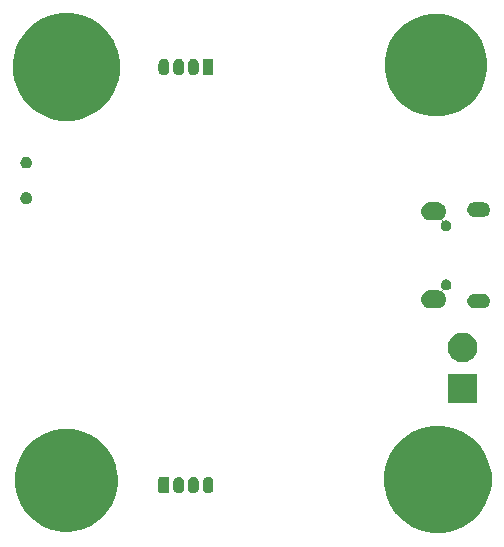
<source format=gbr>
G04 #@! TF.GenerationSoftware,KiCad,Pcbnew,(5.0.1)-4*
G04 #@! TF.CreationDate,2022-09-04T20:15:09+05:45*
G04 #@! TF.ProjectId,STM32_wiith_Buck_Converter,53544D33325F77696974685F4275636B,rev?*
G04 #@! TF.SameCoordinates,Original*
G04 #@! TF.FileFunction,Soldermask,Bot*
G04 #@! TF.FilePolarity,Negative*
%FSLAX46Y46*%
G04 Gerber Fmt 4.6, Leading zero omitted, Abs format (unit mm)*
G04 Created by KiCad (PCBNEW (5.0.1)-4) date 04-Sep-22 8:15:09 PM*
%MOMM*%
%LPD*%
G01*
G04 APERTURE LIST*
%ADD10C,0.100000*%
G04 APERTURE END LIST*
D10*
G36*
X145777475Y-82573892D02*
X145777477Y-82573893D01*
X145777478Y-82573893D01*
X146605707Y-82916956D01*
X147307452Y-83385848D01*
X147351096Y-83415010D01*
X147984990Y-84048904D01*
X147984992Y-84048907D01*
X148483044Y-84794293D01*
X148826107Y-85622522D01*
X148826108Y-85622525D01*
X149001000Y-86501764D01*
X149001000Y-87398236D01*
X148866776Y-88073025D01*
X148826107Y-88277478D01*
X148483044Y-89105707D01*
X148044411Y-89762166D01*
X147984990Y-89851096D01*
X147351096Y-90484990D01*
X147351093Y-90484992D01*
X146605707Y-90983044D01*
X145777478Y-91326107D01*
X145777477Y-91326107D01*
X145777475Y-91326108D01*
X144898236Y-91501000D01*
X144001764Y-91501000D01*
X143122525Y-91326108D01*
X143122523Y-91326107D01*
X143122522Y-91326107D01*
X142294293Y-90983044D01*
X141548907Y-90484992D01*
X141548904Y-90484990D01*
X140915010Y-89851096D01*
X140855589Y-89762166D01*
X140416956Y-89105707D01*
X140073893Y-88277478D01*
X140033225Y-88073025D01*
X139899000Y-87398236D01*
X139899000Y-86501764D01*
X140073892Y-85622525D01*
X140073893Y-85622522D01*
X140416956Y-84794293D01*
X140915008Y-84048907D01*
X140915010Y-84048904D01*
X141548904Y-83415010D01*
X141592548Y-83385848D01*
X142294293Y-82916956D01*
X143122522Y-82573893D01*
X143122523Y-82573893D01*
X143122525Y-82573892D01*
X144001764Y-82399000D01*
X144898236Y-82399000D01*
X145777475Y-82573892D01*
X145777475Y-82573892D01*
G37*
G36*
X113548156Y-82672794D02*
X114269140Y-82816206D01*
X115060972Y-83144193D01*
X115773601Y-83620357D01*
X116379643Y-84226399D01*
X116855807Y-84939028D01*
X117183794Y-85730860D01*
X117326640Y-86449000D01*
X117348889Y-86560848D01*
X117351000Y-86571464D01*
X117351000Y-87428536D01*
X117183794Y-88269140D01*
X116855807Y-89060972D01*
X116379643Y-89773601D01*
X115773601Y-90379643D01*
X115060972Y-90855807D01*
X114269140Y-91183794D01*
X113553682Y-91326107D01*
X113428537Y-91351000D01*
X112571463Y-91351000D01*
X112446318Y-91326107D01*
X111730860Y-91183794D01*
X110939028Y-90855807D01*
X110226399Y-90379643D01*
X109620357Y-89773601D01*
X109144193Y-89060972D01*
X108816206Y-88269140D01*
X108649000Y-87428536D01*
X108649000Y-86571464D01*
X108651112Y-86560848D01*
X108673360Y-86449000D01*
X108816206Y-85730860D01*
X109144193Y-84939028D01*
X109620357Y-84226399D01*
X110226399Y-83620357D01*
X110939028Y-83144193D01*
X111730860Y-82816206D01*
X112451844Y-82672794D01*
X112571463Y-82649000D01*
X113428537Y-82649000D01*
X113548156Y-82672794D01*
X113548156Y-82672794D01*
G37*
G36*
X122588412Y-86705525D02*
X122659120Y-86726975D01*
X122673424Y-86731314D01*
X122736533Y-86765047D01*
X122751777Y-86773195D01*
X122820446Y-86829550D01*
X122820448Y-86829552D01*
X122876807Y-86898226D01*
X122918686Y-86976575D01*
X122921710Y-86986544D01*
X122944475Y-87061587D01*
X122951000Y-87127842D01*
X122951000Y-87672158D01*
X122944475Y-87738413D01*
X122921710Y-87813456D01*
X122918686Y-87823425D01*
X122876807Y-87901774D01*
X122820448Y-87970448D01*
X122751774Y-88026807D01*
X122673425Y-88068686D01*
X122663456Y-88071710D01*
X122588413Y-88094475D01*
X122500000Y-88103182D01*
X122411588Y-88094475D01*
X122336545Y-88071710D01*
X122326576Y-88068686D01*
X122248227Y-88026807D01*
X122179553Y-87970448D01*
X122147885Y-87931860D01*
X122123193Y-87901773D01*
X122081313Y-87823423D01*
X122055525Y-87738413D01*
X122049000Y-87672158D01*
X122049000Y-87127843D01*
X122055525Y-87061588D01*
X122081313Y-86976580D01*
X122081314Y-86976576D01*
X122123193Y-86898227D01*
X122123195Y-86898223D01*
X122179550Y-86829554D01*
X122179555Y-86829550D01*
X122248226Y-86773193D01*
X122326575Y-86731314D01*
X122340879Y-86726975D01*
X122411587Y-86705525D01*
X122500000Y-86696818D01*
X122588412Y-86705525D01*
X122588412Y-86705525D01*
G37*
G36*
X125088412Y-86705525D02*
X125159120Y-86726975D01*
X125173424Y-86731314D01*
X125236533Y-86765047D01*
X125251777Y-86773195D01*
X125320446Y-86829550D01*
X125320448Y-86829552D01*
X125376807Y-86898226D01*
X125418686Y-86976575D01*
X125421710Y-86986544D01*
X125444475Y-87061587D01*
X125451000Y-87127842D01*
X125451000Y-87672158D01*
X125444475Y-87738413D01*
X125421710Y-87813456D01*
X125418686Y-87823425D01*
X125376807Y-87901774D01*
X125320448Y-87970448D01*
X125251774Y-88026807D01*
X125173425Y-88068686D01*
X125163456Y-88071710D01*
X125088413Y-88094475D01*
X125000000Y-88103182D01*
X124911588Y-88094475D01*
X124836545Y-88071710D01*
X124826576Y-88068686D01*
X124748227Y-88026807D01*
X124679553Y-87970448D01*
X124647885Y-87931860D01*
X124623193Y-87901773D01*
X124581313Y-87823423D01*
X124555525Y-87738413D01*
X124549000Y-87672158D01*
X124549000Y-87127843D01*
X124555525Y-87061588D01*
X124581313Y-86976580D01*
X124581314Y-86976576D01*
X124623193Y-86898227D01*
X124623195Y-86898223D01*
X124679550Y-86829554D01*
X124679555Y-86829550D01*
X124748226Y-86773193D01*
X124826575Y-86731314D01*
X124840879Y-86726975D01*
X124911587Y-86705525D01*
X125000000Y-86696818D01*
X125088412Y-86705525D01*
X125088412Y-86705525D01*
G37*
G36*
X123838412Y-86705525D02*
X123909120Y-86726975D01*
X123923424Y-86731314D01*
X123986533Y-86765047D01*
X124001777Y-86773195D01*
X124070446Y-86829550D01*
X124070448Y-86829552D01*
X124126807Y-86898226D01*
X124168686Y-86976575D01*
X124171710Y-86986544D01*
X124194475Y-87061587D01*
X124201000Y-87127842D01*
X124201000Y-87672158D01*
X124194475Y-87738413D01*
X124171710Y-87813456D01*
X124168686Y-87823425D01*
X124126807Y-87901774D01*
X124070448Y-87970448D01*
X124001774Y-88026807D01*
X123923425Y-88068686D01*
X123913456Y-88071710D01*
X123838413Y-88094475D01*
X123750000Y-88103182D01*
X123661588Y-88094475D01*
X123586545Y-88071710D01*
X123576576Y-88068686D01*
X123498227Y-88026807D01*
X123429553Y-87970448D01*
X123397885Y-87931860D01*
X123373193Y-87901773D01*
X123331313Y-87823423D01*
X123305525Y-87738413D01*
X123299000Y-87672158D01*
X123299000Y-87127843D01*
X123305525Y-87061588D01*
X123331313Y-86976580D01*
X123331314Y-86976576D01*
X123373193Y-86898227D01*
X123373195Y-86898223D01*
X123429550Y-86829554D01*
X123429555Y-86829550D01*
X123498226Y-86773193D01*
X123576575Y-86731314D01*
X123590879Y-86726975D01*
X123661587Y-86705525D01*
X123750000Y-86696818D01*
X123838412Y-86705525D01*
X123838412Y-86705525D01*
G37*
G36*
X121569683Y-86702725D02*
X121600144Y-86711966D01*
X121628223Y-86726975D01*
X121652831Y-86747169D01*
X121673025Y-86771777D01*
X121688034Y-86799856D01*
X121697275Y-86830317D01*
X121701000Y-86868140D01*
X121701000Y-87931860D01*
X121697275Y-87969683D01*
X121688034Y-88000144D01*
X121673025Y-88028223D01*
X121652831Y-88052831D01*
X121628223Y-88073025D01*
X121600144Y-88088034D01*
X121569683Y-88097275D01*
X121531860Y-88101000D01*
X120968140Y-88101000D01*
X120930317Y-88097275D01*
X120899856Y-88088034D01*
X120871777Y-88073025D01*
X120847169Y-88052831D01*
X120826975Y-88028223D01*
X120811966Y-88000144D01*
X120802725Y-87969683D01*
X120799000Y-87931860D01*
X120799000Y-86868140D01*
X120802725Y-86830317D01*
X120811966Y-86799856D01*
X120826975Y-86771777D01*
X120847169Y-86747169D01*
X120871777Y-86726975D01*
X120899856Y-86711966D01*
X120930317Y-86702725D01*
X120968140Y-86699000D01*
X121531860Y-86699000D01*
X121569683Y-86702725D01*
X121569683Y-86702725D01*
G37*
G36*
X147801000Y-80501000D02*
X145299000Y-80501000D01*
X145299000Y-77999000D01*
X147801000Y-77999000D01*
X147801000Y-80501000D01*
X147801000Y-80501000D01*
G37*
G36*
X146733635Y-74511019D02*
X146914903Y-74547075D01*
X147142571Y-74641378D01*
X147346542Y-74777668D01*
X147347469Y-74778287D01*
X147521713Y-74952531D01*
X147521715Y-74952534D01*
X147658622Y-75157429D01*
X147752925Y-75385097D01*
X147801000Y-75626787D01*
X147801000Y-75873213D01*
X147752925Y-76114903D01*
X147658622Y-76342571D01*
X147522332Y-76546542D01*
X147521713Y-76547469D01*
X147347469Y-76721713D01*
X147347466Y-76721715D01*
X147142571Y-76858622D01*
X146914903Y-76952925D01*
X146733636Y-76988981D01*
X146673214Y-77001000D01*
X146426786Y-77001000D01*
X146366364Y-76988981D01*
X146185097Y-76952925D01*
X145957429Y-76858622D01*
X145752534Y-76721715D01*
X145752531Y-76721713D01*
X145578287Y-76547469D01*
X145577668Y-76546542D01*
X145441378Y-76342571D01*
X145347075Y-76114903D01*
X145299000Y-75873213D01*
X145299000Y-75626787D01*
X145347075Y-75385097D01*
X145441378Y-75157429D01*
X145578285Y-74952534D01*
X145578287Y-74952531D01*
X145752531Y-74778287D01*
X145753458Y-74777668D01*
X145957429Y-74641378D01*
X146185097Y-74547075D01*
X146366365Y-74511019D01*
X146426786Y-74499000D01*
X146673214Y-74499000D01*
X146733635Y-74511019D01*
X146733635Y-74511019D01*
G37*
G36*
X145238413Y-70005525D02*
X145313456Y-70028290D01*
X145323425Y-70031314D01*
X145401774Y-70073193D01*
X145470448Y-70129552D01*
X145526807Y-70198226D01*
X145568686Y-70276575D01*
X145568687Y-70276579D01*
X145594475Y-70361587D01*
X145603182Y-70450000D01*
X145594475Y-70538413D01*
X145571710Y-70613456D01*
X145568686Y-70623425D01*
X145526807Y-70701774D01*
X145470448Y-70770448D01*
X145401774Y-70826807D01*
X145323425Y-70868686D01*
X145313456Y-70871710D01*
X145238413Y-70894475D01*
X145172158Y-70901000D01*
X145127842Y-70901000D01*
X145061589Y-70894475D01*
X145026511Y-70883833D01*
X145005476Y-70877453D01*
X144981449Y-70872673D01*
X144956945Y-70872673D01*
X144932911Y-70877453D01*
X144910272Y-70886830D01*
X144889897Y-70900444D01*
X144872570Y-70917770D01*
X144858956Y-70938145D01*
X144849578Y-70960784D01*
X144844797Y-70984817D01*
X144844797Y-71009321D01*
X144849577Y-71033355D01*
X144858954Y-71055994D01*
X144872568Y-71076369D01*
X144889895Y-71093696D01*
X144926368Y-71123630D01*
X145023341Y-71241790D01*
X145023342Y-71241792D01*
X145095399Y-71376601D01*
X145125408Y-71475529D01*
X145139772Y-71522881D01*
X145154754Y-71675000D01*
X145139772Y-71827119D01*
X145095398Y-71973401D01*
X145023341Y-72108210D01*
X144926369Y-72226369D01*
X144808210Y-72323341D01*
X144762043Y-72348018D01*
X144673399Y-72395399D01*
X144554352Y-72431511D01*
X144527119Y-72439772D01*
X144413118Y-72451000D01*
X143786882Y-72451000D01*
X143672881Y-72439772D01*
X143645648Y-72431511D01*
X143526601Y-72395399D01*
X143437957Y-72348018D01*
X143391790Y-72323341D01*
X143273631Y-72226369D01*
X143176659Y-72108210D01*
X143104602Y-71973401D01*
X143060228Y-71827119D01*
X143045246Y-71675000D01*
X143060228Y-71522881D01*
X143074592Y-71475529D01*
X143104601Y-71376601D01*
X143176658Y-71241792D01*
X143176659Y-71241790D01*
X143273631Y-71123631D01*
X143391790Y-71026659D01*
X143526599Y-70954602D01*
X143526601Y-70954601D01*
X143672878Y-70910229D01*
X143672881Y-70910228D01*
X143786882Y-70899000D01*
X144413118Y-70899000D01*
X144527119Y-70910228D01*
X144527122Y-70910229D01*
X144673399Y-70954601D01*
X144673401Y-70954602D01*
X144680792Y-70956844D01*
X144689246Y-70960345D01*
X144713279Y-70965123D01*
X144737784Y-70965121D01*
X144761817Y-70960338D01*
X144784455Y-70950959D01*
X144804828Y-70937344D01*
X144822154Y-70920015D01*
X144835766Y-70899639D01*
X144845142Y-70876999D01*
X144849920Y-70852966D01*
X144849918Y-70828461D01*
X144845135Y-70804428D01*
X144835756Y-70781790D01*
X144822150Y-70761429D01*
X144798504Y-70732615D01*
X144773193Y-70701775D01*
X144759809Y-70676735D01*
X144731314Y-70623425D01*
X144728290Y-70613456D01*
X144705525Y-70538413D01*
X144696818Y-70450000D01*
X144705525Y-70361587D01*
X144731313Y-70276579D01*
X144731314Y-70276575D01*
X144773193Y-70198226D01*
X144829552Y-70129552D01*
X144898226Y-70073193D01*
X144976575Y-70031314D01*
X144986544Y-70028290D01*
X145061587Y-70005525D01*
X145127842Y-69999000D01*
X145172158Y-69999000D01*
X145238413Y-70005525D01*
X145238413Y-70005525D01*
G37*
G36*
X148347714Y-71208058D02*
X148347717Y-71208059D01*
X148465719Y-71243854D01*
X148465721Y-71243855D01*
X148574471Y-71301983D01*
X148669790Y-71380210D01*
X148748017Y-71475529D01*
X148806145Y-71584279D01*
X148841942Y-71702286D01*
X148854028Y-71825000D01*
X148841942Y-71947714D01*
X148806145Y-72065721D01*
X148748017Y-72174471D01*
X148669790Y-72269790D01*
X148574471Y-72348017D01*
X148574469Y-72348018D01*
X148465719Y-72406146D01*
X148369683Y-72435278D01*
X148347714Y-72441942D01*
X148255747Y-72451000D01*
X147544253Y-72451000D01*
X147452286Y-72441942D01*
X147430317Y-72435278D01*
X147334281Y-72406146D01*
X147225531Y-72348018D01*
X147225529Y-72348017D01*
X147130210Y-72269790D01*
X147051983Y-72174471D01*
X146993855Y-72065721D01*
X146958058Y-71947714D01*
X146945972Y-71825000D01*
X146958058Y-71702286D01*
X146993855Y-71584279D01*
X147051983Y-71475529D01*
X147130210Y-71380210D01*
X147225529Y-71301983D01*
X147334279Y-71243855D01*
X147334281Y-71243854D01*
X147452283Y-71208059D01*
X147452286Y-71208058D01*
X147544253Y-71199000D01*
X148255747Y-71199000D01*
X148347714Y-71208058D01*
X148347714Y-71208058D01*
G37*
G36*
X144527119Y-63460228D02*
X144527122Y-63460229D01*
X144673399Y-63504601D01*
X144673401Y-63504602D01*
X144808210Y-63576659D01*
X144926369Y-63673631D01*
X145023341Y-63791790D01*
X145095398Y-63926599D01*
X145139772Y-64072881D01*
X145154754Y-64225000D01*
X145139772Y-64377119D01*
X145139771Y-64377122D01*
X145096494Y-64519790D01*
X145095398Y-64523401D01*
X145023341Y-64658210D01*
X144926368Y-64776370D01*
X144889895Y-64806304D01*
X144872568Y-64823631D01*
X144858954Y-64844006D01*
X144849577Y-64866645D01*
X144844797Y-64890678D01*
X144844797Y-64915183D01*
X144849578Y-64939216D01*
X144858956Y-64961855D01*
X144872570Y-64982229D01*
X144889897Y-64999556D01*
X144910272Y-65013170D01*
X144932911Y-65022547D01*
X144956944Y-65027327D01*
X144981449Y-65027327D01*
X145005476Y-65022547D01*
X145026511Y-65016167D01*
X145061589Y-65005525D01*
X145127842Y-64999000D01*
X145172158Y-64999000D01*
X145238413Y-65005525D01*
X145310281Y-65027327D01*
X145323425Y-65031314D01*
X145401774Y-65073193D01*
X145470448Y-65129552D01*
X145526807Y-65198226D01*
X145568686Y-65276575D01*
X145568687Y-65276579D01*
X145594475Y-65361587D01*
X145603182Y-65450000D01*
X145594475Y-65538413D01*
X145571710Y-65613456D01*
X145568686Y-65623425D01*
X145526807Y-65701774D01*
X145470448Y-65770448D01*
X145401774Y-65826807D01*
X145323425Y-65868686D01*
X145313456Y-65871710D01*
X145238413Y-65894475D01*
X145172158Y-65901000D01*
X145127842Y-65901000D01*
X145061587Y-65894475D01*
X144986544Y-65871710D01*
X144976575Y-65868686D01*
X144898226Y-65826807D01*
X144829552Y-65770448D01*
X144773193Y-65701774D01*
X144731314Y-65623425D01*
X144728290Y-65613456D01*
X144705525Y-65538413D01*
X144696818Y-65450000D01*
X144705525Y-65361587D01*
X144731313Y-65276579D01*
X144731314Y-65276575D01*
X144759809Y-65223265D01*
X144773193Y-65198225D01*
X144798504Y-65167385D01*
X144822150Y-65138571D01*
X144835761Y-65118202D01*
X144845138Y-65095563D01*
X144849919Y-65071529D01*
X144849919Y-65047025D01*
X144845139Y-65022992D01*
X144835762Y-65000352D01*
X144822148Y-64979978D01*
X144804821Y-64962650D01*
X144784447Y-64949036D01*
X144761808Y-64939659D01*
X144737774Y-64934878D01*
X144713270Y-64934878D01*
X144689237Y-64939658D01*
X144680788Y-64943157D01*
X144673401Y-64945398D01*
X144673399Y-64945399D01*
X144551985Y-64982229D01*
X144527119Y-64989772D01*
X144413118Y-65001000D01*
X143786882Y-65001000D01*
X143672881Y-64989772D01*
X143583471Y-64962650D01*
X143526601Y-64945399D01*
X143526599Y-64945398D01*
X143391790Y-64873341D01*
X143273631Y-64776369D01*
X143176659Y-64658210D01*
X143104602Y-64523401D01*
X143103507Y-64519790D01*
X143060229Y-64377122D01*
X143060228Y-64377119D01*
X143045246Y-64225000D01*
X143060228Y-64072881D01*
X143104602Y-63926599D01*
X143176659Y-63791790D01*
X143273631Y-63673631D01*
X143391790Y-63576659D01*
X143526599Y-63504602D01*
X143526601Y-63504601D01*
X143672878Y-63460229D01*
X143672881Y-63460228D01*
X143786882Y-63449000D01*
X144413118Y-63449000D01*
X144527119Y-63460228D01*
X144527119Y-63460228D01*
G37*
G36*
X148347714Y-63458058D02*
X148354871Y-63460229D01*
X148465719Y-63493854D01*
X148465721Y-63493855D01*
X148574471Y-63551983D01*
X148669790Y-63630210D01*
X148748017Y-63725529D01*
X148806145Y-63834279D01*
X148841942Y-63952286D01*
X148854028Y-64075000D01*
X148841942Y-64197714D01*
X148806145Y-64315721D01*
X148748017Y-64424471D01*
X148669790Y-64519790D01*
X148574471Y-64598017D01*
X148574469Y-64598018D01*
X148465719Y-64656146D01*
X148369683Y-64685278D01*
X148347714Y-64691942D01*
X148255747Y-64701000D01*
X147544253Y-64701000D01*
X147452286Y-64691942D01*
X147430317Y-64685278D01*
X147334281Y-64656146D01*
X147225531Y-64598018D01*
X147225529Y-64598017D01*
X147130210Y-64519790D01*
X147051983Y-64424471D01*
X146993855Y-64315721D01*
X146958058Y-64197714D01*
X146945972Y-64075000D01*
X146958058Y-63952286D01*
X146993855Y-63834279D01*
X147051983Y-63725529D01*
X147130210Y-63630210D01*
X147225529Y-63551983D01*
X147334279Y-63493855D01*
X147334281Y-63493854D01*
X147445129Y-63460229D01*
X147452286Y-63458058D01*
X147544253Y-63449000D01*
X148255747Y-63449000D01*
X148347714Y-63458058D01*
X148347714Y-63458058D01*
G37*
G36*
X109746136Y-62618253D02*
X109837312Y-62656019D01*
X109919372Y-62710850D01*
X109989150Y-62780628D01*
X110043981Y-62862688D01*
X110081747Y-62953864D01*
X110101000Y-63050656D01*
X110101000Y-63149344D01*
X110081747Y-63246136D01*
X110043981Y-63337312D01*
X109989150Y-63419372D01*
X109919372Y-63489150D01*
X109837312Y-63543981D01*
X109746136Y-63581747D01*
X109649344Y-63601000D01*
X109550656Y-63601000D01*
X109453864Y-63581747D01*
X109362688Y-63543981D01*
X109280628Y-63489150D01*
X109210850Y-63419372D01*
X109156019Y-63337312D01*
X109118253Y-63246136D01*
X109099000Y-63149344D01*
X109099000Y-63050656D01*
X109118253Y-62953864D01*
X109156019Y-62862688D01*
X109210850Y-62780628D01*
X109280628Y-62710850D01*
X109362688Y-62656019D01*
X109453864Y-62618253D01*
X109550656Y-62599000D01*
X109649344Y-62599000D01*
X109746136Y-62618253D01*
X109746136Y-62618253D01*
G37*
G36*
X109746136Y-59618253D02*
X109837312Y-59656019D01*
X109919372Y-59710850D01*
X109989150Y-59780628D01*
X110043981Y-59862688D01*
X110081747Y-59953864D01*
X110101000Y-60050656D01*
X110101000Y-60149344D01*
X110081747Y-60246136D01*
X110043981Y-60337312D01*
X109989150Y-60419372D01*
X109919372Y-60489150D01*
X109837312Y-60543981D01*
X109746136Y-60581747D01*
X109649344Y-60601000D01*
X109550656Y-60601000D01*
X109453864Y-60581747D01*
X109362688Y-60543981D01*
X109280628Y-60489150D01*
X109210850Y-60419372D01*
X109156019Y-60337312D01*
X109118253Y-60246136D01*
X109099000Y-60149344D01*
X109099000Y-60050656D01*
X109118253Y-59953864D01*
X109156019Y-59862688D01*
X109210850Y-59780628D01*
X109280628Y-59710850D01*
X109362688Y-59656019D01*
X109453864Y-59618253D01*
X109550656Y-59599000D01*
X109649344Y-59599000D01*
X109746136Y-59618253D01*
X109746136Y-59618253D01*
G37*
G36*
X114327475Y-47623892D02*
X114327477Y-47623893D01*
X114327478Y-47623893D01*
X115155707Y-47966956D01*
X115897727Y-48462759D01*
X115901096Y-48465010D01*
X116534990Y-49098904D01*
X116534992Y-49098907D01*
X117033044Y-49844293D01*
X117144973Y-50114515D01*
X117376108Y-50672525D01*
X117551000Y-51551764D01*
X117551000Y-52448236D01*
X117417549Y-53119140D01*
X117376107Y-53327478D01*
X117033044Y-54155707D01*
X116678814Y-54685848D01*
X116534990Y-54901096D01*
X115901096Y-55534990D01*
X115901093Y-55534992D01*
X115155707Y-56033044D01*
X114327478Y-56376107D01*
X114327477Y-56376107D01*
X114327475Y-56376108D01*
X113448236Y-56551000D01*
X112551764Y-56551000D01*
X111672525Y-56376108D01*
X111672523Y-56376107D01*
X111672522Y-56376107D01*
X110844293Y-56033044D01*
X110098907Y-55534992D01*
X110098904Y-55534990D01*
X109465010Y-54901096D01*
X109321186Y-54685848D01*
X108966956Y-54155707D01*
X108623893Y-53327478D01*
X108582452Y-53119140D01*
X108449000Y-52448236D01*
X108449000Y-51551764D01*
X108623892Y-50672525D01*
X108855027Y-50114515D01*
X108966956Y-49844293D01*
X109465008Y-49098907D01*
X109465010Y-49098904D01*
X110098904Y-48465010D01*
X110102273Y-48462759D01*
X110844293Y-47966956D01*
X111672522Y-47623893D01*
X111672523Y-47623893D01*
X111672525Y-47623892D01*
X112551764Y-47449000D01*
X113448236Y-47449000D01*
X114327475Y-47623892D01*
X114327475Y-47623892D01*
G37*
G36*
X144848156Y-47522794D02*
X145569140Y-47666206D01*
X146360972Y-47994193D01*
X147073601Y-48470357D01*
X147679643Y-49076399D01*
X148155807Y-49789028D01*
X148483794Y-50580860D01*
X148651000Y-51421464D01*
X148651000Y-52278536D01*
X148483794Y-53119140D01*
X148155807Y-53910972D01*
X147679643Y-54623601D01*
X147073601Y-55229643D01*
X146360972Y-55705807D01*
X145569140Y-56033794D01*
X144848156Y-56177206D01*
X144728537Y-56201000D01*
X143871463Y-56201000D01*
X143751844Y-56177206D01*
X143030860Y-56033794D01*
X142239028Y-55705807D01*
X141526399Y-55229643D01*
X140920357Y-54623601D01*
X140444193Y-53910972D01*
X140116206Y-53119140D01*
X139949000Y-52278536D01*
X139949000Y-51421464D01*
X140116206Y-50580860D01*
X140444193Y-49789028D01*
X140920357Y-49076399D01*
X141526399Y-48470357D01*
X142239028Y-47994193D01*
X143030860Y-47666206D01*
X143751844Y-47522794D01*
X143871463Y-47499000D01*
X144728537Y-47499000D01*
X144848156Y-47522794D01*
X144848156Y-47522794D01*
G37*
G36*
X123838413Y-51305525D02*
X123909121Y-51326975D01*
X123923425Y-51331314D01*
X124001774Y-51373193D01*
X124070448Y-51429552D01*
X124126807Y-51498226D01*
X124168686Y-51576575D01*
X124168687Y-51576579D01*
X124194475Y-51661587D01*
X124201000Y-51727842D01*
X124201000Y-52272158D01*
X124194475Y-52338413D01*
X124171710Y-52413456D01*
X124168686Y-52423425D01*
X124126807Y-52501774D01*
X124070450Y-52570446D01*
X124070446Y-52570450D01*
X124001777Y-52626805D01*
X124001773Y-52626807D01*
X123923424Y-52668686D01*
X123913455Y-52671710D01*
X123838412Y-52694475D01*
X123750000Y-52703182D01*
X123661587Y-52694475D01*
X123586544Y-52671710D01*
X123576575Y-52668686D01*
X123498226Y-52626807D01*
X123429552Y-52570448D01*
X123428924Y-52569683D01*
X123373195Y-52501777D01*
X123359150Y-52475500D01*
X123331314Y-52423424D01*
X123328290Y-52413455D01*
X123305525Y-52338412D01*
X123299000Y-52272157D01*
X123299000Y-51727842D01*
X123305525Y-51661587D01*
X123331313Y-51576577D01*
X123373193Y-51498227D01*
X123429553Y-51429552D01*
X123498226Y-51373194D01*
X123498225Y-51373194D01*
X123498227Y-51373193D01*
X123576576Y-51331314D01*
X123590880Y-51326975D01*
X123661588Y-51305525D01*
X123750000Y-51296818D01*
X123838413Y-51305525D01*
X123838413Y-51305525D01*
G37*
G36*
X122588413Y-51305525D02*
X122659121Y-51326975D01*
X122673425Y-51331314D01*
X122751774Y-51373193D01*
X122820448Y-51429552D01*
X122876807Y-51498226D01*
X122918686Y-51576575D01*
X122918687Y-51576579D01*
X122944475Y-51661587D01*
X122951000Y-51727842D01*
X122951000Y-52272158D01*
X122944475Y-52338413D01*
X122921710Y-52413456D01*
X122918686Y-52423425D01*
X122876807Y-52501774D01*
X122820450Y-52570446D01*
X122820446Y-52570450D01*
X122751777Y-52626805D01*
X122751773Y-52626807D01*
X122673424Y-52668686D01*
X122663455Y-52671710D01*
X122588412Y-52694475D01*
X122500000Y-52703182D01*
X122411587Y-52694475D01*
X122336544Y-52671710D01*
X122326575Y-52668686D01*
X122248226Y-52626807D01*
X122179552Y-52570448D01*
X122178924Y-52569683D01*
X122123195Y-52501777D01*
X122109150Y-52475500D01*
X122081314Y-52423424D01*
X122078290Y-52413455D01*
X122055525Y-52338412D01*
X122049000Y-52272157D01*
X122049000Y-51727842D01*
X122055525Y-51661587D01*
X122081313Y-51576577D01*
X122123193Y-51498227D01*
X122179553Y-51429552D01*
X122248226Y-51373194D01*
X122248225Y-51373194D01*
X122248227Y-51373193D01*
X122326576Y-51331314D01*
X122340880Y-51326975D01*
X122411588Y-51305525D01*
X122500000Y-51296818D01*
X122588413Y-51305525D01*
X122588413Y-51305525D01*
G37*
G36*
X121338413Y-51305525D02*
X121409121Y-51326975D01*
X121423425Y-51331314D01*
X121501774Y-51373193D01*
X121570448Y-51429552D01*
X121626807Y-51498226D01*
X121668686Y-51576575D01*
X121668687Y-51576579D01*
X121694475Y-51661587D01*
X121701000Y-51727842D01*
X121701000Y-52272158D01*
X121694475Y-52338413D01*
X121671710Y-52413456D01*
X121668686Y-52423425D01*
X121626807Y-52501774D01*
X121570450Y-52570446D01*
X121570446Y-52570450D01*
X121501777Y-52626805D01*
X121501773Y-52626807D01*
X121423424Y-52668686D01*
X121413455Y-52671710D01*
X121338412Y-52694475D01*
X121250000Y-52703182D01*
X121161587Y-52694475D01*
X121086544Y-52671710D01*
X121076575Y-52668686D01*
X120998226Y-52626807D01*
X120929552Y-52570448D01*
X120928924Y-52569683D01*
X120873195Y-52501777D01*
X120859150Y-52475500D01*
X120831314Y-52423424D01*
X120828290Y-52413455D01*
X120805525Y-52338412D01*
X120799000Y-52272157D01*
X120799000Y-51727842D01*
X120805525Y-51661587D01*
X120831313Y-51576577D01*
X120873193Y-51498227D01*
X120929553Y-51429552D01*
X120998226Y-51373194D01*
X120998225Y-51373194D01*
X120998227Y-51373193D01*
X121076576Y-51331314D01*
X121090880Y-51326975D01*
X121161588Y-51305525D01*
X121250000Y-51296818D01*
X121338413Y-51305525D01*
X121338413Y-51305525D01*
G37*
G36*
X125319683Y-51302725D02*
X125350144Y-51311966D01*
X125378223Y-51326975D01*
X125402831Y-51347169D01*
X125423025Y-51371777D01*
X125438034Y-51399856D01*
X125447275Y-51430317D01*
X125451000Y-51468140D01*
X125451000Y-52531860D01*
X125447275Y-52569683D01*
X125438034Y-52600144D01*
X125423025Y-52628223D01*
X125402831Y-52652831D01*
X125378223Y-52673025D01*
X125350144Y-52688034D01*
X125319683Y-52697275D01*
X125281860Y-52701000D01*
X124718140Y-52701000D01*
X124680317Y-52697275D01*
X124649856Y-52688034D01*
X124621777Y-52673025D01*
X124597169Y-52652831D01*
X124576975Y-52628223D01*
X124561966Y-52600144D01*
X124552725Y-52569683D01*
X124549000Y-52531860D01*
X124549000Y-51468140D01*
X124552725Y-51430317D01*
X124561966Y-51399856D01*
X124576975Y-51371777D01*
X124597169Y-51347169D01*
X124621777Y-51326975D01*
X124649856Y-51311966D01*
X124680317Y-51302725D01*
X124718140Y-51299000D01*
X125281860Y-51299000D01*
X125319683Y-51302725D01*
X125319683Y-51302725D01*
G37*
M02*

</source>
